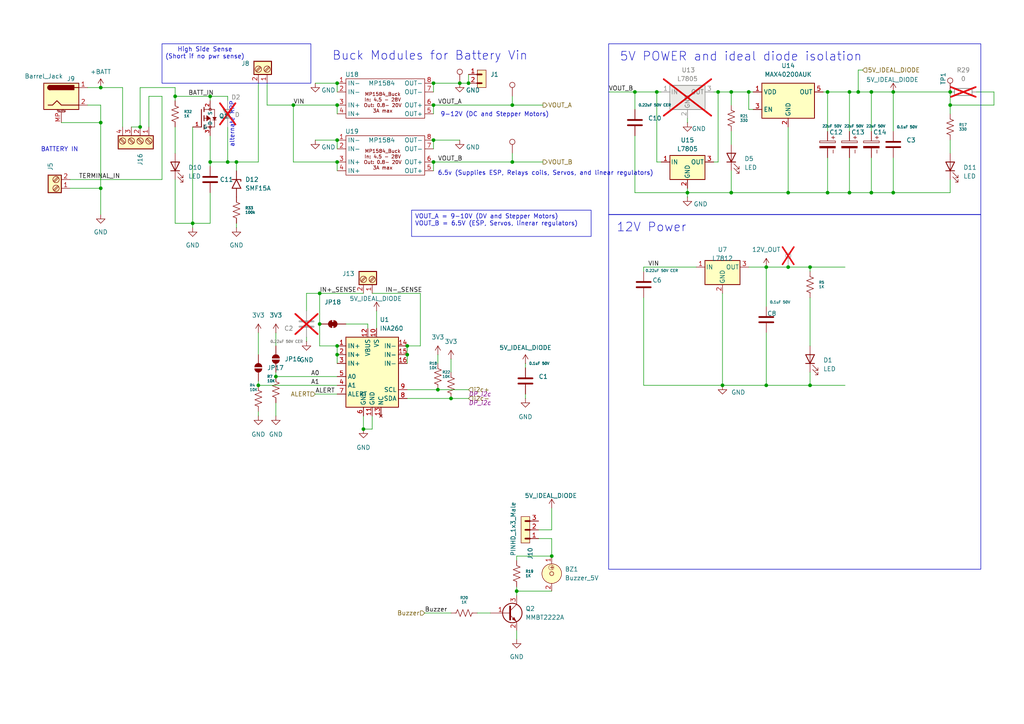
<source format=kicad_sch>
(kicad_sch (version 20231120) (generator "eeschema") (generator_version "8.0")
  (paper "A4")
  (lib_symbols
    (symbol "Analog_Switch:MAX40200AUK"
      (property "Reference" "U" (at -6.35 6.35 0))
      (property "Value" "MAX40200AUK" (at 7.62 6.35 0))
      (symbol "MAX40200AUK_1_1"
        (pin power_in line (at -10.16 2.54 0) (length 2.54) (name "VDD") (number "1"))
        (pin power_in line (at 0 -7.62 90) (length 2.54) (name "GND") (number "2"))
        (pin input line (at -10.16 -2.54 0) (length 2.54) (name "EN") (number "3"))
        (pin no_connect line (at 7.62 -2.54 180) (length 2.54) hide (name "NC") (number "4"))
        (pin passive line (at 10.16 2.54 180) (length 2.54) (name "OUT") (number "5"))
      )
    )
    (symbol "Connector:Barrel_Jack_MountingPin" (pin_names hide)
      (property "Reference" "J" (at 0 5.334 0))
      (property "Value" "Barrel_Jack_MountingPin" (at 1.27 -6.35 0))
      (symbol "Barrel_Jack_MountingPin_1_1"
        (text "Mounting" (at 0 -4.191 0) (effects (font (size 0.381 0.381))))
        (pin passive line (at 7.62 2.54 180) (length 2.54) (name "~") (number "1"))
        (pin passive line (at 7.62 -2.54 180) (length 2.54) (name "~") (number "2"))
        (pin passive line (at 0 -7.62 90) (length 3.048) (name "MountPin") (number "MP"))
      )
    )
    (symbol "Connector:TestPoint" (pin_numbers hide) (pin_names (offset 0.762) hide)
      (property "Reference" "TP" (at 0 6.858 0))
      (property "Value" "TestPoint" (at 0 5.08 0))
      (symbol "TestPoint_1_1"
        (pin passive line (at 0 0 90) (length 2.54) (name "1") (number "1"))
      )
    )
    (symbol "Device:C" (pin_numbers hide) (pin_names (offset 0.254))
      (property "Reference" "C" (at 0.635 2.54 0))
      (property "Value" "C" (at 0.635 -2.54 0))
      (symbol "C_1_1"
        (pin passive line (at 0 3.81 270) (length 2.794) (name "~") (number "1"))
        (pin passive line (at 0 -3.81 90) (length 2.794) (name "~") (number "2"))
      )
    )
    (symbol "Device:D" (pin_numbers hide) (pin_names (offset 1.016) hide)
      (property "Reference" "D" (at 0 2.54 0))
      (property "Value" "D" (at 0 -2.54 0))
      (symbol "D_1_1"
        (pin passive line (at -3.81 0 0) (length 2.54) (name "K") (number "1"))
        (pin passive line (at 3.81 0 180) (length 2.54) (name "A") (number "2"))
      )
    )
    (symbol "Device:LED" (pin_numbers hide) (pin_names (offset 1.016) hide)
      (property "Reference" "D" (at 0 2.54 0))
      (property "Value" "LED" (at 0 -2.54 0))
      (symbol "LED_1_1"
        (pin passive line (at -3.81 0 0) (length 2.54) (name "K") (number "1"))
        (pin passive line (at 3.81 0 180) (length 2.54) (name "A") (number "2"))
      )
    )
    (symbol "Device:R" (pin_numbers hide) (pin_names (offset 0))
      (property "Reference" "R" (at 2.032 0 90))
      (property "Value" "R" (at 0 0 90))
      (symbol "R_1_1"
        (pin passive line (at 0 3.81 270) (length 1.27) (name "~") (number "1"))
        (pin passive line (at 0 -3.81 90) (length 1.27) (name "~") (number "2"))
      )
    )
    (symbol "Device:R_US" (pin_numbers hide) (pin_names (offset 0))
      (property "Reference" "R" (at 2.54 0 90))
      (property "Value" "R_US" (at -2.54 0 90))
      (symbol "R_US_1_1"
        (pin passive line (at 0 3.81 270) (length 1.27) (name "~") (number "1"))
        (pin passive line (at 0 -3.81 90) (length 1.27) (name "~") (number "2"))
      )
    )
    (symbol "Diode:SMF15A" (pin_numbers hide) (pin_names (offset 1.016) hide)
      (property "Reference" "D" (at 0 2.54 0))
      (property "Value" "SMF15A" (at 0 -2.54 0))
      (symbol "SMF15A_1_1"
        (pin passive line (at -3.81 0 0) (length 2.54) (name "A1") (number "1"))
        (pin passive line (at 3.81 0 180) (length 2.54) (name "A2") (number "2"))
      )
    )
    (symbol "Jumper:SolderJumper_2_Bridged" (pin_numbers hide) (pin_names (offset 0) hide) (exclude_from_sim yes) (in_bom no)
      (property "Reference" "JP" (at 0 2.032 0))
      (property "Value" "SolderJumper_2_Bridged" (at 0 -2.54 0))
      (symbol "SolderJumper_2_Bridged_1_1"
        (pin passive line (at -3.81 0 0) (length 2.54) (name "A") (number "1"))
        (pin passive line (at 3.81 0 180) (length 2.54) (name "B") (number "2"))
      )
    )
    (symbol "Jumper:SolderJumper_2_Open" (pin_numbers hide) (pin_names (offset 0) hide) (exclude_from_sim yes) (in_bom no)
      (property "Reference" "JP" (at 0 2.032 0))
      (property "Value" "SolderJumper_2_Open" (at 0 -2.54 0))
      (symbol "SolderJumper_2_Open_1_1"
        (pin passive line (at -3.81 0 0) (length 2.54) (name "A") (number "1"))
        (pin passive line (at 3.81 0 180) (length 2.54) (name "B") (number "2"))
      )
    )
    (symbol "PCM_SL_Devices:Buzzer_5V"
      (property "Reference" "BZ" (at 0 7.62 0))
      (property "Value" "Buzzer_5V" (at 0 5.08 0))
      (symbol "Buzzer_5V_0_0"
        (text "+" (at -1.778 0 0) (effects (font (size 1.27 1.27))))
      )
      (symbol "Buzzer_5V_1_1"
        (pin passive line (at -5.08 0 0) (length 2.2) (name "") (number "1"))
        (pin passive line (at 5.08 0 180) (length 2.2) (name "") (number "2"))
      )
    )
    (symbol "PCM_SL_Devices:Capacitor_PO"
      (property "Reference" "C" (at 0 7.62 0))
      (property "Value" "Capacitor_PO" (at 0 5.08 0))
      (symbol "Capacitor_PO_0_0"
        (text "+" (at -2.032 1.524 0) (effects (font (size 1.27 1.27))))
        (text "-" (at 2.032 1.524 0) (effects (font (size 1.27 1.27))))
      )
      (symbol "Capacitor_PO_1_1"
        (pin passive line (at -3.81 0 0) (length 2.7) (name "~") (number "1"))
        (pin input line (at 3.81 0 180) (length 2.7) (name "~") (number "2"))
      )
    )
    (symbol "PCM_SL_Pin_Headers:PINHD_1x2_Male"
      (property "Reference" "J" (at 0 6.35 0))
      (property "Value" "PINHD_1x2_Male" (at 0 3.81 0))
      (symbol "PINHD_1x2_Male_1_1"
        (pin passive line (at -3.81 1.27 0) (length 2.54) (name "") (number "1"))
        (pin passive line (at -3.81 -1.27 0) (length 2.54) (name "") (number "2"))
      )
    )
    (symbol "PCM_SL_Pin_Headers:PINHD_1x3_Male"
      (property "Reference" "J" (at 0 7.62 0))
      (property "Value" "PINHD_1x3_Male" (at 0 5.08 0))
      (symbol "PINHD_1x3_Male_1_1"
        (pin passive line (at -3.81 2.54 0) (length 2.54) (name "") (number "1"))
        (pin passive line (at -3.81 0 0) (length 2.54) (name "") (number "2"))
        (pin passive line (at -3.81 -2.54 0) (length 2.54) (name "") (number "3"))
      )
    )
    (symbol "PCM_SL_Screw_Terminal:Screw_Terminal_2_P3.50mm"
      (property "Reference" "J" (at 0 3.81 0))
      (property "Value" "Screw_Terminal_2_P3.50mm" (at 0 -3.81 0))
      (symbol "Screw_Terminal_2_P3.50mm_1_1"
        (pin passive line (at -3.81 1.27 0) (length 2.54) (name "") (number "1"))
        (pin passive line (at -3.81 -1.27 0) (length 2.54) (name "") (number "2"))
      )
    )
    (symbol "PCM_SL_Screw_Terminal:Screw_Terminal_4_P3.50mm"
      (property "Reference" "J" (at 0 6.35 0))
      (property "Value" "Screw_Terminal_4_P3.50mm" (at 1.27 -6.35 0))
      (symbol "Screw_Terminal_4_P3.50mm_1_1"
        (pin passive line (at -3.81 3.81 0) (length 2.54) (name "") (number "1"))
        (pin passive line (at -3.81 1.27 0) (length 2.54) (name "") (number "2"))
        (pin passive line (at -3.81 -1.27 0) (length 2.54) (name "") (number "3"))
        (pin passive line (at -3.81 -3.81 0) (length 2.54) (name "") (number "4"))
      )
    )
    (symbol "Regulator_Linear:L7805" (pin_names (offset 0.254))
      (property "Reference" "U" (at -3.81 3.175 0))
      (property "Value" "L7805" (at 0 3.175 0))
      (symbol "L7805_1_1"
        (pin power_in line (at -7.62 0 0) (length 2.54) (name "IN") (number "1"))
        (pin power_in line (at 0 -7.62 90) (length 2.54) (name "GND") (number "2"))
        (pin power_out line (at 7.62 0 180) (length 2.54) (name "OUT") (number "3"))
      )
    )
    (symbol "Regulator_Linear:L7812" (pin_names (offset 0.254))
      (property "Reference" "U" (at -3.81 3.175 0))
      (property "Value" "L7812" (at 0 3.175 0))
      (symbol "L7812_1_1"
        (pin power_in line (at -7.62 0 0) (length 2.54) (name "IN") (number "1"))
        (pin power_in line (at 0 -7.62 90) (length 2.54) (name "GND") (number "2"))
        (pin power_out line (at 7.62 0 180) (length 2.54) (name "OUT") (number "3"))
      )
    )
    (symbol "Ryan_Custom_Modules:MOSFET_P-CH_30V_25A_TO252"
      (property "Reference" "Q" (at 2.794 -7.112 0))
      (symbol "MOSFET_P-CH_30V_25A_TO252_1_0"
        (pin passive line (at -5.08 -2.54 0) (length 2.54) (name "G") (number "1"))
        (pin passive line (at 0 5.08 270) (length 2.54) (name "S") (number "2"))
        (pin passive line (at 0 -5.08 90) (length 2.54) (name "D") (number "3"))
      )
    )
    (symbol "Ryan_Custom_Modules:MP1584_Buck"
      (property "Reference" "U?" (at 0 3.302 0))
      (symbol "MP1584_Buck_1_1"
        (text "MP1584_Buck\nIn: 4.5 - 28V\nOut: 0.8- 20V\n3A max" (at -0.762 -1.778 0) (effects (font (size 1 1))))
        (pin power_in line (at -13.97 3.81 0) (length 2.54) (name "IN-") (number "1"))
        (pin power_in line (at -13.97 1.27 0) (length 2.54) (name "IN-") (number "2"))
        (pin power_in line (at -13.97 -2.54 0) (length 2.54) (name "IN+") (number "3"))
        (pin power_in line (at -13.97 -5.08 0) (length 2.54) (name "IN+") (number "4"))
        (pin power_out line (at 13.97 -5.08 180) (length 2.54) (name "OUT+") (number "5"))
        (pin power_out line (at 13.97 -2.54 180) (length 2.54) (name "OUT+") (number "6"))
        (pin power_out line (at 13.97 1.27 180) (length 2.54) (name "OUT-") (number "7"))
        (pin power_out line (at 13.97 3.81 180) (length 2.54) (name "OUT-") (number "8"))
      )
    )
    (symbol "Sensor:INA260"
      (property "Reference" "U1" (at 2.1941 12.7 0))
      (property "Value" "INA260" (at 2.1941 10.16 0))
      (symbol "INA260_1_1"
        (pin passive line (at -10.16 5.08 0) (length 2.54) (name "IN+") (number "1"))
        (pin power_in line (at 1.27 10.16 270) (length 2.54) (name "VS") (number "10"))
        (pin passive line (at 0 -15.24 90) (length 2.54) (name "GND") (number "11"))
        (pin passive line (at -1.27 10.16 270) (length 2.54) (name "VBUS") (number "12"))
        (pin no_connect line (at 2.54 -15.24 90) (length 2.54) (name "NC") (number "13"))
        (pin passive line (at 10.16 5.08 180) (length 2.54) (name "IN-") (number "14"))
        (pin passive line (at 10.16 2.54 180) (length 2.54) (name "IN-") (number "15"))
        (pin passive line (at 10.16 0 180) (length 2.54) (name "IN-") (number "16"))
        (pin passive line (at -10.16 2.54 0) (length 2.54) (name "IN+") (number "2"))
        (pin passive line (at -10.16 0 0) (length 2.54) (name "IN+") (number "3"))
        (pin input line (at -10.16 -6.35 0) (length 2.54) (name "A1") (number "4"))
        (pin input line (at -10.16 -3.81 0) (length 2.54) (name "A0") (number "5"))
        (pin power_in line (at -2.54 -15.24 90) (length 2.54) (name "GND") (number "6"))
        (pin open_collector line (at -10.16 -8.89 0) (length 2.54) (name "ALERT") (number "7"))
        (pin bidirectional line (at 10.16 -10.16 180) (length 2.54) (name "SDA") (number "8"))
        (pin input line (at 10.16 -7.62 180) (length 2.54) (name "SCL") (number "9"))
      )
    )
    (symbol "Transistor_BJT:MMBT2222A" (pin_names (offset 0) hide)
      (property "Reference" "Q" (at 5.08 1.905 0))
      (property "Value" "MMBT2222A" (at 5.08 0 0))
      (symbol "MMBT2222A_1_1"
        (pin input line (at -5.08 0 0) (length 5.715) (name "B") (number "1"))
        (pin passive line (at 2.54 -5.08 90) (length 2.54) (name "E") (number "2"))
        (pin passive line (at 2.54 5.08 270) (length 2.54) (name "C") (number "3"))
      )
    )
    (symbol "power:+3.3V" (power) (pin_numbers hide) (pin_names (offset 0) hide)
      (property "Value" "+3.3V" (at 0 3.556 0))
      (symbol "+3.3V_1_1"
        (pin power_in line (at 0 0 90) (length 0) (name "~") (number "1"))
      )
    )
    (symbol "power:+5V" (power) (pin_numbers hide) (pin_names (offset 0) hide)
      (property "Value" "+5V" (at 0 3.556 0))
      (symbol "+5V_1_1"
        (pin power_in line (at 0 0 90) (length 0) (name "~") (number "1"))
      )
    )
    (symbol "power:+BATT" (power) (pin_numbers hide) (pin_names (offset 0) hide)
      (property "Value" "+BATT" (at 0 3.556 0))
      (symbol "+BATT_1_1"
        (pin power_in line (at 0 0 90) (length 0) (name "~") (number "1"))
      )
    )
    (symbol "power:GND" (power) (pin_numbers hide) (pin_names (offset 0) hide)
      (property "Value" "GND" (at 0 -3.81 0))
      (symbol "GND_1_1"
        (pin power_in line (at 0 0 270) (length 0) (name "~") (number "1"))
      )
    )
  )
  (junction (at 217.17 26.67))
  (junction (at 275.59 26.67))
  (junction (at 125.73 30.48))
  (junction (at 29.21 54.61))
  (junction (at 222.25 111.76))
  (junction (at 252.73 26.67))
  (junction (at 105.41 124.46))
  (junction (at 184.15 26.67))
  (junction (at 80.01 109.22))
  (junction (at 246.38 55.88))
  (junction (at 240.03 55.88))
  (junction (at 68.58 46.99))
  (junction (at 259.08 26.67))
  (junction (at 97.79 46.99))
  (junction (at 248.92 26.67))
  (junction (at 74.93 111.76))
  (junction (at 199.39 55.88))
  (junction (at 246.38 26.67))
  (junction (at 118.11 102.87))
  (junction (at 208.28 26.67))
  (junction (at 50.8 27.94))
  (junction (at 97.79 100.33))
  (junction (at 135.89 24.13))
  (junction (at 148.59 30.48))
  (junction (at 259.08 55.88))
  (junction (at 40.64 36.83))
  (junction (at 29.21 35.56))
  (junction (at 222.25 77.47))
  (junction (at 190.5 26.67))
  (junction (at 92.71 93.98))
  (junction (at 60.96 46.99))
  (junction (at 133.35 24.13))
  (junction (at 212.09 26.67))
  (junction (at 228.6 55.88))
  (junction (at 66.04 46.99))
  (junction (at 240.03 26.67))
  (junction (at 252.73 55.88))
  (junction (at 29.21 25.4))
  (junction (at 97.79 40.64))
  (junction (at 97.79 30.48))
  (junction (at 212.09 55.88))
  (junction (at 209.55 111.76))
  (junction (at 125.73 40.64))
  (junction (at 118.11 100.33))
  (junction (at 92.71 85.09))
  (junction (at 125.73 46.99))
  (junction (at 85.09 30.48))
  (junction (at 234.95 111.76))
  (junction (at 127 113.03))
  (junction (at 148.59 46.99))
  (junction (at 160.02 161.29))
  (junction (at 55.88 64.77))
  (junction (at 97.79 102.87))
  (junction (at 130.81 115.57))
  (junction (at 234.95 77.47))
  (junction (at 228.6 77.47))
  (junction (at 125.73 24.13))
  (junction (at 97.79 24.13))
  (junction (at 60.96 27.94))
  (junction (at 275.59 30.48))
  (junction (at 149.86 171.45))
  (wire (pts (xy 107.95 124.46) (xy 105.41 124.46)))
  (wire (pts (xy 184.15 26.67) (xy 190.5 26.67)))
  (wire (pts (xy 50.8 29.21) (xy 50.8 27.94)))
  (wire (pts (xy 125.73 40.64) (xy 125.73 43.18)))
  (wire (pts (xy 130.81 104.14) (xy 130.81 107.95)))
  (wire (pts (xy 29.21 30.48) (xy 25.4 30.48)))
  (wire (pts (xy 77.47 30.48) (xy 85.09 30.48)))
  (wire (pts (xy 199.39 35.56) (xy 199.39 34.29)))
  (wire (pts (xy 43.18 27.94) (xy 43.18 36.83)))
  (wire (pts (xy 138.43 177.8) (xy 142.24 177.8)))
  (wire (pts (xy 40.64 25.4) (xy 40.64 36.83)))
  (wire (pts (xy 50.8 25.4) (xy 50.8 27.94)))
  (wire (pts (xy 212.09 49.53) (xy 212.09 55.88)))
  (wire (pts (xy 97.79 46.99) (xy 97.79 49.53)))
  (wire (pts (xy 29.21 35.56) (xy 29.21 30.48)))
  (wire (pts (xy 125.73 24.13) (xy 125.73 26.67)))
  (wire (pts (xy 68.58 46.99) (xy 68.58 49.53)))
  (wire (pts (xy 149.86 171.45) (xy 149.86 172.72)))
  (wire (pts (xy 148.59 30.48) (xy 157.48 30.48)))
  (wire (pts (xy 35.56 25.4) (xy 29.21 25.4)))
  (wire (pts (xy 92.71 93.98) (xy 92.71 100.33)))
  (wire (pts (xy 228.6 36.83) (xy 228.6 55.88)))
  (wire (pts (xy 259.08 26.67) (xy 259.08 38.1)))
  (wire (pts (xy 186.69 111.76) (xy 209.55 111.76)))
  (wire (pts (xy 127 113.03) (xy 135.89 113.03)))
  (wire (pts (xy 60.96 55.88) (xy 60.96 64.77)))
  (wire (pts (xy 130.81 115.57) (xy 135.89 115.57)))
  (wire (pts (xy 118.11 113.03) (xy 127 113.03)))
  (wire (pts (xy 74.93 96.52) (xy 74.93 102.87)))
  (wire (pts (xy 121.92 100.33) (xy 118.11 100.33)))
  (wire (pts (xy 199.39 55.88) (xy 184.15 55.88)))
  (wire (pts (xy 125.73 40.64) (xy 133.35 40.64)))
  (wire (pts (xy 176.53 26.67) (xy 184.15 26.67)))
  (wire (pts (xy 127 102.87) (xy 127 105.41)))
  (wire (pts (xy 97.79 40.64) (xy 97.79 43.18)))
  (wire (pts (xy 186.69 111.76) (xy 186.69 86.36)))
  (wire (pts (xy 209.55 85.09) (xy 209.55 111.76)))
  (wire (pts (xy 60.96 64.77) (xy 55.88 64.77)))
  (wire (pts (xy 20.32 52.07) (xy 46.99 52.07)))
  (wire (pts (xy 217.17 26.67) (xy 218.44 26.67)))
  (wire (pts (xy 74.93 24.13) (xy 74.93 46.99)))
  (wire (pts (xy 97.79 100.33) (xy 97.79 102.87)))
  (wire (pts (xy 184.15 39.37) (xy 184.15 55.88)))
  (wire (pts (xy 60.96 39.37) (xy 60.96 46.99)))
  (wire (pts (xy 97.79 30.48) (xy 97.79 33.02)))
  (wire (pts (xy 29.21 35.56) (xy 29.21 54.61)))
  (wire (pts (xy 275.59 30.48) (xy 275.59 33.02)))
  (wire (pts (xy 80.01 109.22) (xy 97.79 109.22)))
  (wire (pts (xy 212.09 26.67) (xy 217.17 26.67)))
  (wire (pts (xy 135.89 21.59) (xy 135.89 24.13)))
  (wire (pts (xy 212.09 38.1) (xy 212.09 41.91)))
  (wire (pts (xy 152.4 105.41) (xy 152.4 106.68)))
  (wire (pts (xy 80.01 107.95) (xy 80.01 109.22)))
  (wire (pts (xy 125.73 30.48) (xy 125.73 33.02)))
  (wire (pts (xy 118.11 115.57) (xy 130.81 115.57)))
  (wire (pts (xy 80.01 96.52) (xy 80.01 100.33)))
  (wire (pts (xy 222.25 77.47) (xy 222.25 88.9)))
  (wire (pts (xy 107.95 120.65) (xy 107.95 124.46)))
  (wire (pts (xy 275.59 40.64) (xy 275.59 44.45)))
  (wire (pts (xy 160.02 156.21) (xy 160.02 161.29)))
  (wire (pts (xy 118.11 100.33) (xy 118.11 102.87)))
  (wire (pts (xy 55.88 36.83) (xy 55.88 64.77)))
  (wire (pts (xy 121.92 85.09) (xy 121.92 100.33)))
  (wire (pts (xy 222.25 96.52) (xy 222.25 111.76)))
  (wire (pts (xy 228.6 55.88) (xy 240.03 55.88)))
  (wire (pts (xy 199.39 54.61) (xy 199.39 55.88)))
  (wire (pts (xy 190.5 46.99) (xy 191.77 46.99)))
  (wire (pts (xy 60.96 46.99) (xy 66.04 46.99)))
  (wire (pts (xy 186.69 78.74) (xy 186.69 77.47)))
  (wire (pts (xy 88.9 90.17) (xy 88.9 85.09)))
  (wire (pts (xy 209.55 111.76) (xy 222.25 111.76)))
  (wire (pts (xy 246.38 26.67) (xy 248.92 26.67)))
  (wire (pts (xy 29.21 54.61) (xy 29.21 62.23)))
  (wire (pts (xy 40.64 25.4) (xy 50.8 25.4)))
  (wire (pts (xy 208.28 26.67) (xy 212.09 26.67)))
  (wire (pts (xy 149.86 162.56) (xy 149.86 161.29)))
  (wire (pts (xy 105.41 85.09) (xy 92.71 85.09)))
  (wire (pts (xy 234.95 107.95) (xy 234.95 111.76)))
  (wire (pts (xy 91.44 24.13) (xy 97.79 24.13)))
  (wire (pts (xy 66.04 46.99) (xy 68.58 46.99)))
  (wire (pts (xy 252.73 26.67) (xy 252.73 38.1)))
  (wire (pts (xy 217.17 77.47) (xy 222.25 77.47)))
  (wire (pts (xy 43.18 27.94) (xy 46.99 27.94)))
  (wire (pts (xy 246.38 45.72) (xy 246.38 55.88)))
  (wire (pts (xy 125.73 46.99) (xy 148.59 46.99)))
  (wire (pts (xy 240.03 26.67) (xy 238.76 26.67)))
  (wire (pts (xy 106.68 95.25) (xy 106.68 93.98)))
  (wire (pts (xy 149.86 161.29) (xy 160.02 161.29)))
  (wire (pts (xy 100.33 93.98) (xy 106.68 93.98)))
  (wire (pts (xy 248.92 20.32) (xy 248.92 26.67)))
  (wire (pts (xy 107.95 85.09) (xy 121.92 85.09)))
  (wire (pts (xy 38.1 36.83) (xy 40.64 36.83)))
  (wire (pts (xy 66.04 27.94) (xy 66.04 29.21)))
  (wire (pts (xy 190.5 26.67) (xy 191.77 26.67)))
  (wire (pts (xy 240.03 26.67) (xy 246.38 26.67)))
  (wire (pts (xy 240.03 26.67) (xy 240.03 38.1)))
  (wire (pts (xy 240.03 55.88) (xy 246.38 55.88)))
  (wire (pts (xy 275.59 30.48) (xy 288.29 30.48)))
  (wire (pts (xy 212.09 55.88) (xy 228.6 55.88)))
  (wire (pts (xy 212.09 26.67) (xy 212.09 30.48)))
  (wire (pts (xy 259.08 26.67) (xy 275.59 26.67)))
  (wire (pts (xy 252.73 55.88) (xy 259.08 55.88)))
  (wire (pts (xy 148.59 44.45) (xy 148.59 46.99)))
  (wire (pts (xy 125.73 24.13) (xy 133.35 24.13)))
  (wire (pts (xy 149.86 171.45) (xy 160.02 171.45)))
  (wire (pts (xy 125.73 46.99) (xy 125.73 49.53)))
  (wire (pts (xy 97.79 24.13) (xy 97.79 26.67)))
  (wire (pts (xy 228.6 77.47) (xy 222.25 77.47)))
  (wire (pts (xy 190.5 26.67) (xy 190.5 46.99)))
  (wire (pts (xy 160.02 147.32) (xy 160.02 153.67)))
  (wire (pts (xy 240.03 45.72) (xy 240.03 55.88)))
  (wire (pts (xy 25.4 25.4) (xy 29.21 25.4)))
  (wire (pts (xy 77.47 24.13) (xy 77.47 30.48)))
  (wire (pts (xy 217.17 26.67) (xy 217.17 31.75)))
  (wire (pts (xy 288.29 26.67) (xy 288.29 30.48)))
  (wire (pts (xy 208.28 26.67) (xy 208.28 46.99)))
  (wire (pts (xy 66.04 36.83) (xy 66.04 46.99)))
  (wire (pts (xy 97.79 102.87) (xy 97.79 105.41)))
  (wire (pts (xy 91.44 114.3) (xy 97.79 114.3)))
  (wire (pts (xy 259.08 55.88) (xy 275.59 55.88)))
  (wire (pts (xy 105.41 120.65) (xy 105.41 124.46)))
  (wire (pts (xy 92.71 85.09) (xy 92.71 93.98)))
  (wire (pts (xy 97.79 111.76) (xy 74.93 111.76)))
  (wire (pts (xy 60.96 48.26) (xy 60.96 46.99)))
  (wire (pts (xy 74.93 111.76) (xy 74.93 110.49)))
  (wire (pts (xy 46.99 52.07) (xy 46.99 27.94)))
  (wire (pts (xy 123.19 177.8) (xy 130.81 177.8)))
  (wire (pts (xy 208.28 26.67) (xy 207.01 26.67)))
  (wire (pts (xy 68.58 66.04) (xy 68.58 64.77)))
  (wire (pts (xy 50.8 64.77) (xy 55.88 64.77)))
  (wire (pts (xy 91.44 40.64) (xy 97.79 40.64)))
  (wire (pts (xy 92.71 100.33) (xy 97.79 100.33)))
  (wire (pts (xy 245.11 111.76) (xy 234.95 111.76)))
  (wire (pts (xy 152.4 114.3) (xy 152.4 115.57)))
  (wire (pts (xy 234.95 78.74) (xy 234.95 77.47)))
  (wire (pts (xy 60.96 27.94) (xy 60.96 29.21)))
  (wire (pts (xy 252.73 45.72) (xy 252.73 55.88)))
  (wire (pts (xy 208.28 46.99) (xy 207.01 46.99)))
  (wire (pts (xy 109.22 90.17) (xy 109.22 95.25)))
  (wire (pts (xy 55.88 66.04) (xy 55.88 64.77)))
  (wire (pts (xy 50.8 27.94) (xy 60.96 27.94)))
  (wire (pts (xy 88.9 85.09) (xy 92.71 85.09)))
  (wire (pts (xy 283.21 26.67) (xy 288.29 26.67)))
  (wire (pts (xy 186.69 77.47) (xy 201.93 77.47)))
  (wire (pts (xy 85.09 46.99) (xy 97.79 46.99)))
  (wire (pts (xy 234.95 77.47) (xy 245.11 77.47)))
  (wire (pts (xy 199.39 57.15) (xy 199.39 55.88)))
  (wire (pts (xy 234.95 111.76) (xy 222.25 111.76)))
  (wire (pts (xy 156.21 153.67) (xy 160.02 153.67)))
  (wire (pts (xy 148.59 27.94) (xy 148.59 30.48)))
  (wire (pts (xy 149.86 182.88) (xy 149.86 185.42)))
  (wire (pts (xy 228.6 77.47) (xy 234.95 77.47)))
  (wire (pts (xy 149.86 170.18) (xy 149.86 171.45)))
  (wire (pts (xy 118.11 102.87) (xy 118.11 105.41)))
  (wire (pts (xy 156.21 156.21) (xy 160.02 156.21)))
  (wire (pts (xy 35.56 25.4) (xy 35.56 36.83)))
  (wire (pts (xy 85.09 30.48) (xy 97.79 30.48)))
  (wire (pts (xy 50.8 36.83) (xy 50.8 44.45)))
  (wire (pts (xy 50.8 52.07) (xy 50.8 64.77)))
  (wire (pts (xy 275.59 55.88) (xy 275.59 52.07)))
  (wire (pts (xy 148.59 46.99) (xy 157.48 46.99)))
  (wire (pts (xy 85.09 30.48) (xy 85.09 46.99)))
  (wire (pts (xy 88.9 97.79) (xy 88.9 99.06)))
  (wire (pts (xy 252.73 26.67) (xy 259.08 26.67)))
  (wire (pts (xy 199.39 55.88) (xy 212.09 55.88)))
  (wire (pts (xy 246.38 26.67) (xy 246.38 38.1)))
  (wire (pts (xy 80.01 116.84) (xy 80.01 120.65)))
  (wire (pts (xy 74.93 46.99) (xy 68.58 46.99)))
  (wire (pts (xy 74.93 119.38) (xy 74.93 120.65)))
  (wire (pts (xy 234.95 86.36) (xy 234.95 100.33)))
  (wire (pts (xy 217.17 31.75) (xy 218.44 31.75)))
  (wire (pts (xy 125.73 30.48) (xy 148.59 30.48)))
  (wire (pts (xy 248.92 26.67) (xy 252.73 26.67)))
  (wire (pts (xy 246.38 55.88) (xy 252.73 55.88)))
  (wire (pts (xy 133.35 24.13) (xy 135.89 24.13)))
  (wire (pts (xy 184.15 31.75) (xy 184.15 26.67)))
  (wire (pts (xy 17.78 35.56) (xy 29.21 35.56)))
  (wire (pts (xy 275.59 26.67) (xy 275.59 30.48)))
  (wire (pts (xy 259.08 45.72) (xy 259.08 55.88)))
  (wire (pts (xy 250.19 20.32) (xy 248.92 20.32)))
  (wire (pts (xy 60.96 27.94) (xy 66.04 27.94)))
  (wire (pts (xy 20.32 54.61) (xy 29.21 54.61)))
  (rectangle (start 176.53 12.7) (end 284.48 62.23))
  (rectangle (start 176.53 62.23) (end 284.48 165.1))
  (image (at 327.66 90.17) (scale 0.302765))
  (text_box "VOUT_A = 9-10V (DV and Stepper Motors)\nVOUT_B = 6.5V (ESP, Servos, linerar regulators)" (at 119.38 60.96 0) (size 52.07 7.62) (effects (font (size 1.27 1.27)) (justify left top)))
  (text_box "" (at 46.99 12.7 0) (size 43.18 11.43) (effects (font (size 1.27 1.27)) (justify left top)))
  (text "12V Power" (at 188.976 66.04 0) (effects (font (size 2.54 2.54))))
  (text "5V POWER and ideal diode isolation" (at 214.884 16.51 0) (effects (font (size 2.54 2.54))))
  (text "6.5v (Supplies ESP, Relays coils, Servos, and linear regulators)" (at 158.242 50.292 0) (effects (font (size 1.27 1.27))))
  (text "9-12V (DC and Stepper Motors)" (at 143.51 33.274 0) (effects (font (size 1.27 1.27))))
  (text "alternate RPP" (at 67.31 36.068 90) (effects (font (size 1.27 1.27))))
  (text "BATTERY IN" (at 17.272 43.434 0) (effects (font (size 1.27 1.27))))
  (text "High Side Sense\n(Short if no pwr sense)" (at 59.436 15.494 0) (effects (font (size 1.27 1.27))))
  (text "Buck Modules for Battery Vin" (at 124.714 16.256 0) (effects (font (size 2.54 2.54))))
  (label "IN+_SENSE" (at 92.71 85.09 0))
  (label "Buzzer" (at 123.19 177.8 0))
  (label "VIN" (at 85.09 30.48 0))
  (label "ALERT" (at 91.44 114.3 0))
  (label "A0" (at 90.17 109.22 0))
  (label "VIN" (at 187.96 77.47 0))
  (label "VOUT_B" (at 176.53 26.67 0))
  (label "BATT_IN" (at 54.61 27.94 0))
  (label "A1" (at 90.17 111.76 0))
  (label "VOUT_B" (at 127 46.99 0))
  (label "TERMINAL_IN" (at 22.86 52.07 0))
  (label "IN-_SENSE" (at 111.76 85.09 0))
  (label "VOUT_A" (at 127 30.48 0))
  (hierarchical_label "VOUT_A" (shape output) (at 157.48 30.48 0))
  (hierarchical_label "VOUT_B" (shape output) (at 157.48 46.99 0))
  (hierarchical_label "Buzzer" (shape input) (at 123.19 177.8 180))
  (hierarchical_label "i2c-" (shape input) (at 135.89 115.57 0) (property "Netclass" "DP_i2c" (at 135.89 116.84 0) (effects (font (italic yes)) (justify left))))
  (hierarchical_label "ALERT" (shape input) (at 91.44 114.3 180))
  (hierarchical_label "5V_IDEAL_DIODE" (shape input) (at 250.19 20.32 0))
  (hierarchical_label "i2c+" (shape input) (at 135.89 113.03 0) (property "Netclass" "DP_i2c" (at 135.89 114.3 0) (effects (font (italic yes)) (justify left))))
  (symbol (lib_id "power:+BATT") (at 29.21 25.4 0) (unit 1)
    (property "Reference" "#PWR031" (effects (hide yes)))
    (property "Value" "+BATT" (at 29.21 20.828 0))
    (property "Description" "Power symbol creates a global label with name \"+BATT\"" (effects (hide yes)))
  )
  (symbol (lib_id "Device:C") (at 88.9 93.98 180) (unit 1) (in_bom no) (on_board no) (dnp yes)
    (property "Reference" "C2" (at 85.09 95.2501 0) (effects (justify left)))
    (property "Value" "0.22uF 50V CER" (at 87.884 99.06 0) (effects (font (size 0.762 0.762)) (justify left)))
    (property "Footprint" "Capacitor_SMD:C_1206_3216Metric" (effects (hide yes)))
    (property "Description" "Unpolarized capacitor" (effects (hide yes)))
    (property "DigiKey P/N" "445-2283-1-ND" (effects (hide yes)))
  )
  (symbol (lib_id "Device:LED") (at 275.59 48.26 90) (unit 1)
    (property "Reference" "D11" (at 279.4 48.5774 90) (effects (justify right)))
    (property "Value" "LED" (at 279.4 51.1174 90) (effects (justify right)))
    (property "Footprint" "LED_SMD:LED_1206_3216Metric" (effects (hide yes)))
    (property "Description" "Light emitting diode" (effects (hide yes)))
    (property "DigiKey P/N" "1080-1419-1-ND" (effects (hide yes)))
  )
  (symbol (lib_id "PCM_SL_Devices:Capacitor_PO") (at 252.73 41.91 270) (unit 1)
    (property "Reference" "C14" (at 253.238 38.354 90) (effects (justify left)))
    (property "Value" "22uF 50V" (at 251.206 36.576 90) (effects (font (size 0.762 0.762)) (justify left)))
    (property "Footprint" "Capacitor_SMD:CP_Elec_5x5.3" (effects (hide yes)))
    (property "Description" "Polarized Capacitor" (effects (hide yes)))
    (property "DigiKey P/N" "399-11438-1-ND" (effects (hide yes)))
  )
  (symbol (lib_id "Device:R_US") (at 68.58 60.96 0) (unit 1)
    (property "Reference" "R33" (at 71.12 60.325 0) (effects (font (size 0.762 0.762)) (justify left)))
    (property "Value" "100k" (at 71.12 61.595 0) (effects (font (size 0.762 0.762)) (justify left)))
    (property "Footprint" "Resistor_SMD:R_1206_3216Metric" (effects (hide yes)))
    (property "Description" "Resistor, US symbol" (effects (hide yes)))
    (property "DigiKey P/N" "311-100KFRCT-ND" (effects (hide yes)))
  )
  (symbol (lib_id "power:GND") (at 68.58 66.04 0) (unit 1)
    (property "Reference" "#PWR028" (effects (hide yes)))
    (property "Value" "GND" (at 68.58 71.12 0))
    (property "Description" "Power symbol creates a global label with name \"GND\" , ground" (effects (hide yes)))
  )
  (symbol (lib_id "power:+5V") (at 222.25 77.47 0) (unit 1)
    (property "Reference" "#PWR029" (effects (hide yes)))
    (property "Value" "12V_OUT" (at 222.25 72.39 0))
    (property "Description" "Power symbol creates a global label with name \"+5V\"" (effects (hide yes)))
  )
  (symbol (lib_id "Connector:TestPoint") (at 148.59 44.45 0) (unit 1) (in_bom no)
    (property "Reference" "TP11" (effects (hide yes)))
    (property "Value" "TestPoint" (effects (hide yes)))
    (property "Footprint" "TestPoint:TestPoint_Pad_1.5x1.5mm" (effects (hide yes)))
    (property "Description" "test point" (effects (hide yes)))
  )
  (symbol (lib_id "power:GND") (at 199.39 57.15 0) (unit 1)
    (property "Reference" "#PWR037" (effects (hide yes)))
    (property "Value" "GND" (at 203.2 59.182 0))
    (property "Description" "Power symbol creates a global label with name \"GND\" , ground" (effects (hide yes)))
  )
  (symbol (lib_id "Device:D") (at 66.04 33.02 90) (unit 1) (dnp yes)
    (property "Reference" "D2" (at 67.056 28.194 90) (effects (justify right)))
    (property "Value" "D" (at 68.072 33.274 90) (effects (justify right)))
    (property "Footprint" "Diode_SMD:D_SMC_Handsoldering" (effects (hide yes)))
    (property "Description" "Diode" (effects (hide yes)))
    (property "Sim.Device" "D" (effects (hide yes)))
    (property "Sim.Pins" "1=K 2=A" (effects (hide yes)))
    (property "DigiKey P/N" "S5AC-FDICT-ND" (effects (hide yes)))
  )
  (symbol (lib_id "PCM_SL_Screw_Terminal:Screw_Terminal_2_P3.50mm") (at 76.2 20.32 270) (mirror x) (unit 1)
    (property "Reference" "J8" (at 72.39 18.4149 90) (effects (justify right)))
    (property "Value" "Screw_Terminal_2_P3.50mm" (effects (hide yes)))
    (property "Footprint" "TerminalBlock_Phoenix:TerminalBlock_Phoenix_PT-1,5-2-3.5-H_1x02_P3.50mm_Horizontal" (effects (hide yes)))
    (property "DigiKey P/N" "732-2747-ND" (effects (hide yes)))
  )
  (symbol (lib_id "Device:R_US") (at 275.59 36.83 0) (unit 1)
    (property "Reference" "R17" (at 278.13 36.195 0) (effects (font (size 0.762 0.762)) (justify left)))
    (property "Value" "330" (at 278.13 37.465 0) (effects (font (size 0.762 0.762)) (justify left)))
    (property "Footprint" "Resistor_SMD:R_1206_3216Metric" (effects (hide yes)))
    (property "Description" "Resistor, US symbol" (effects (hide yes)))
    (property "DigiKey P/N" "311-330FRCT-ND" (effects (hide yes)))
  )
  (symbol (lib_id "Device:R_US") (at 134.62 177.8 90) (unit 1)
    (property "Reference" "R20" (at 134.62 173.385 90) (effects (font (size 0.762 0.762))))
    (property "Value" "1K" (at 134.62 174.655 90) (effects (font (size 0.762 0.762))))
    (property "Footprint" "Resistor_SMD:R_1206_3216Metric" (effects (hide yes)))
    (property "Description" "Resistor, US symbol" (effects (hide yes)))
    (property "DigiKey P/N" "311-1.00KFRCT-ND" (effects (hide yes)))
  )
  (symbol (lib_id "power:GND") (at 105.41 124.46 0) (unit 1)
    (property "Reference" "#PWR013" (effects (hide yes)))
    (property "Value" "GND" (at 105.41 129.794 0))
    (property "Description" "Power symbol creates a global label with name \"GND\" , ground" (effects (hide yes)))
  )
  (symbol (lib_id "PCM_SL_Devices:Buzzer_5V") (at 160.02 166.37 270) (unit 1)
    (property "Reference" "BZ1" (at 163.83 165.0999 90) (effects (justify left)))
    (property "Value" "Buzzer_5V" (at 163.83 167.6399 90) (effects (justify left)))
    (property "Footprint" "Buzzer_Beeper:MagneticBuzzer_ProSignal_ABT-410-RC" (effects (hide yes)))
    (property "Description" "Buzzer 5V" (effects (hide yes)))
    (property "DigiKey P/N" "445-2525-1-ND" (effects (hide yes)))
  )
  (symbol (lib_id "power:GND") (at 91.44 24.13 0) (unit 1)
    (property "Reference" "#PWR039" (effects (hide yes)))
    (property "Value" "GND" (at 95.25 26.162 0))
    (property "Description" "Power symbol creates a global label with name \"GND\" , ground" (effects (hide yes)))
  )
  (symbol (lib_id "Device:R_US") (at 50.8 33.02 0) (unit 1)
    (property "Reference" "R32" (at 53.34 32.385 0) (effects (font (size 0.762 0.762)) (justify left)))
    (property "Value" "1K" (at 53.34 33.655 0) (effects (font (size 0.762 0.762)) (justify left)))
    (property "Footprint" "Resistor_SMD:R_1206_3216Metric" (effects (hide yes)))
    (property "Description" "Resistor, US symbol" (effects (hide yes)))
    (property "DigiKey P/N" "311-1.00KFRCT-ND" (effects (hide yes)))
  )
  (symbol (lib_id "Device:R") (at 279.4 26.67 90) (unit 1) (in_bom no) (on_board no) (dnp yes)
    (property "Reference" "R29" (at 279.4 20.32 90))
    (property "Value" "0" (at 279.4 22.86 90))
    (property "Footprint" "Resistor_SMD:R_2512_6332Metric_Pad1.40x3.35mm_HandSolder" (effects (hide yes)))
    (property "Description" "Resistor" (effects (hide yes)))
    (property "DigiKey P/N" "YAG1232CT-ND" (effects (hide yes)))
  )
  (symbol (lib_id "Connector:Barrel_Jack_MountingPin") (at 17.78 27.94 0) (unit 1)
    (property "Reference" "J9" (at 20.574 22.86 0))
    (property "Value" "Barrel_Jack" (at 12.7 22.098 0))
    (property "Footprint" "Connector_BarrelJack:BarrelJack_GCT_DCJ200-10-A_Horizontal" (effects (hide yes)))
    (property "Description" "DC Barrel Jack with a mounting pin" (effects (hide yes)))
    (property "DigiKey P/N" "EJ508A-ND" (effects (hide yes)))
  )
  (symbol (lib_id "Analog_Switch:MAX40200AUK") (at 228.6 29.21 0) (unit 1)
    (property "Reference" "U14" (at 228.6 19.05 0))
    (property "Value" "MAX40200AUK" (at 228.6 21.59 0))
    (property "Footprint" "Package_TO_SOT_SMD:SOT-23-5" (effects (hide yes)))
    (property "Datasheet" "https://datasheets.maximintegrated.com/en/ds/MAX40200.pdf" (effects (hide yes)))
    (property "Description" "Ideal Diode, Ultra-Low Voltage Drop, 1.5-5.5V, 1A, SOT-23-5" (effects (hide yes)))
    (property "DigiKey P/N" "175-MAX40203AUK+TCT-ND" (effects (hide yes)))
  )
  (symbol (lib_id "Jumper:SolderJumper_2_Open") (at 80.01 104.14 90) (unit 1) (exclude_from_sim yes) (in_bom no)
    (property "Reference" "JP16" (at 82.55 104.1399 90) (effects (justify right)))
    (property "Value" "SolderJumper_2_Open" (effects (hide yes)))
    (property "Footprint" "Jumper:SolderJumper-2_P1.3mm_Open_TrianglePad1.0x1.5mm" (effects (hide yes)))
    (property "Description" "Solder Jumper, 2-pole, open" (effects (hide yes)))
  )
  (symbol (lib_id "power:+5V") (at 259.08 26.67 0) (unit 1)
    (property "Reference" "#PWR032" (effects (hide yes)))
    (property "Value" "5V_IDEAL_DIODE" (at 258.826 23.114 0))
    (property "Description" "Power symbol creates a global label with name \"+5V\"" (effects (hide yes)))
  )
  (symbol (lib_id "PCM_SL_Devices:Capacitor_PO") (at 240.03 41.91 270) (unit 1)
    (property "Reference" "C12" (at 240.538 38.354 90) (effects (justify left)))
    (property "Value" "22uF 50V" (at 238.506 36.576 90) (effects (font (size 0.762 0.762)) (justify left)))
    (property "Footprint" "Capacitor_SMD:CP_Elec_5x5.3" (effects (hide yes)))
    (property "Description" "Polarized Capacitor" (effects (hide yes)))
    (property "DigiKey P/N" "399-11438-1-ND" (effects (hide yes)))
  )
  (symbol (lib_id "Device:R_US") (at 149.86 166.37 0) (unit 1)
    (property "Reference" "R19" (at 152.4 165.735 0) (effects (font (size 0.762 0.762)) (justify left)))
    (property "Value" "1K" (at 152.4 167.005 0) (effects (font (size 0.762 0.762)) (justify left)))
    (property "Footprint" "Resistor_SMD:R_1206_3216Metric" (effects (hide yes)))
    (property "Description" "Resistor, US symbol" (effects (hide yes)))
    (property "DigiKey P/N" "311-1.00KFRCT-ND" (effects (hide yes)))
  )
  (symbol (lib_id "Jumper:SolderJumper_2_Bridged") (at 96.52 93.98 0) (unit 1) (exclude_from_sim yes) (in_bom no)
    (property "Reference" "JP18" (at 96.52 87.63 0))
    (property "Value" "SolderJumper_2_Bridged" (effects (hide yes)))
    (property "Footprint" "Jumper:SolderJumper-2_P1.3mm_Bridged_RoundedPad1.0x1.5mm" (effects (hide yes)))
    (property "Description" "Solder Jumper, 2-pole, closed/bridged" (effects (hide yes)))
  )
  (symbol (lib_id "Device:LED") (at 212.09 45.72 90) (unit 1)
    (property "Reference" "D5" (at 215.9 46.0374 90) (effects (justify right)))
    (property "Value" "LED" (at 215.9 48.5774 90) (effects (justify right)))
    (property "Footprint" "LED_SMD:LED_1206_3216Metric" (effects (hide yes)))
    (property "Description" "Light emitting diode" (effects (hide yes)))
    (property "DigiKey P/N" "1080-1419-1-ND" (effects (hide yes)))
  )
  (symbol (lib_id "power:+3.3V") (at 74.93 96.52 0) (unit 1)
    (property "Reference" "#PWR021" (effects (hide yes)))
    (property "Value" "3V3" (at 74.93 91.44 0))
    (property "Description" "Power symbol creates a global label with name \"+3.3V\"" (effects (hide yes)))
  )
  (symbol (lib_id "PCM_SL_Pin_Headers:PINHD_1x2_Male") (at 139.7 22.86 0) (unit 1)
    (property "Reference" "J1" (at 142.24 21.5899 0) (effects (justify left)))
    (property "Value" "PINHD_1x2_Male" (effects (hide yes)))
    (property "Footprint" "Connector_PinHeader_2.54mm:PinHeader_1x02_P2.54mm_Vertical" (effects (hide yes)))
    (property "Description" "Pin Header male with pin space 2.54mm. Pin Count -2" (effects (hide yes)))
    (property "DigiKey P/N" "S1012EC-40-ND" (effects (hide yes)))
  )
  (symbol (lib_id "power:GND") (at 133.35 40.64 0) (unit 1)
    (property "Reference" "#PWR042" (effects (hide yes)))
    (property "Value" "GND" (at 137.16 42.672 0))
    (property "Description" "Power symbol creates a global label with name \"GND\" , ground" (effects (hide yes)))
  )
  (symbol (lib_id "Connector:TestPoint") (at 133.35 24.13 0) (unit 1) (in_bom no)
    (property "Reference" "TP12" (effects (hide yes)))
    (property "Value" "TestPoint" (effects (hide yes)))
    (property "Footprint" "TestPoint:TestPoint_Pad_1.5x1.5mm" (effects (hide yes)))
    (property "Description" "test point" (effects (hide yes)))
  )
  (symbol (lib_id "Device:R_US") (at 80.01 113.03 0) (unit 1)
    (property "Reference" "R7" (at 77.47 109.22 0) (effects (font (size 0.762 0.762)) (justify left)))
    (property "Value" "10K" (at 77.47 110.49 0) (effects (font (size 0.762 0.762)) (justify left)))
    (property "Footprint" "Resistor_SMD:R_1206_3216Metric" (effects (hide yes)))
    (property "Description" "Resistor, US symbol" (effects (hide yes)))
    (property "DigiKey P/N" "311-10.0KFRCT-ND" (effects (hide yes)))
  )
  (symbol (lib_id "power:+3.3V") (at 130.81 104.14 0) (unit 1)
    (property "Reference" "#PWR026" (effects (hide yes)))
    (property "Value" "3V3" (at 130.81 99.06 0))
    (property "Description" "Power symbol creates a global label with name \"+3.3V\"" (effects (hide yes)))
  )
  (symbol (lib_id "Connector:TestPoint") (at 228.6 77.47 0) (unit 1) (in_bom no) (on_board no) (dnp yes)
    (property "Reference" "TP2" (effects (hide yes)))
    (property "Value" "uC +5V" (effects (hide yes)))
    (property "Footprint" "TestPoint:TestPoint_Pad_2.0x2.0mm" (effects (hide yes)))
    (property "Description" "test point" (effects (hide yes)))
  )
  (symbol (lib_id "power:GND") (at 29.21 62.23 0) (unit 1)
    (property "Reference" "#PWR038" (effects (hide yes)))
    (property "Value" "GND" (at 29.21 67.31 0))
    (property "Description" "Power symbol creates a global label with name \"GND\" , ground" (effects (hide yes)))
  )
  (symbol (lib_id "Ryan_Custom_Modules:MP1584_Buck") (at 111.76 44.45 0) (unit 1)
    (property "Reference" "U19" (at 102.108 38.1 0))
    (property "Value" "MP1584" (at 110.744 40.64 0))
    (property "Footprint" "Ryan_Custom_Modules:MP1584" (effects (hide yes)))
    (property "AliExpress" "https://www.aliexpress.us/item/3256806890547813.html" (effects (hide yes)))
  )
  (symbol (lib_id "PCM_SL_Screw_Terminal:Screw_Terminal_4_P3.50mm") (at 39.37 40.64 270) (unit 1)
    (property "Reference" "J16" (at 40.6401 44.45 0) (effects (justify left)))
    (property "Value" "Screw_Terminal_4_P3.50mm" (effects (hide yes)))
    (property "Footprint" "TerminalBlock_Phoenix:TerminalBlock_Phoenix_PT-1,5-4-3.5-H_1x04_P3.50mm_Horizontal" (effects (hide yes)))
    (property "DigiKey P/N" "732-691243110004-ND" (effects (hide yes)))
  )
  (symbol (lib_id "power:GND") (at 88.9 99.06 0) (unit 1)
    (property "Reference" "#PWR07" (effects (hide yes)))
    (property "Value" "GND" (at 88.9 104.394 0))
    (property "Description" "Power symbol creates a global label with name \"GND\" , ground" (effects (hide yes)))
  )
  (symbol (lib_id "power:GND") (at 80.01 120.65 0) (unit 1)
    (property "Reference" "#PWR046" (effects (hide yes)))
    (property "Value" "GND" (at 80.01 125.984 0))
    (property "Description" "Power symbol creates a global label with name \"GND\" , ground" (effects (hide yes)))
  )
  (symbol (lib_id "power:GND") (at 91.44 40.64 0) (unit 1)
    (property "Reference" "#PWR041" (effects (hide yes)))
    (property "Value" "GND" (at 95.25 42.672 0))
    (property "Description" "Power symbol creates a global label with name \"GND\" , ground" (effects (hide yes)))
  )
  (symbol (lib_id "Connector:TestPoint") (at 275.59 26.67 0) (unit 1) (in_bom no) (on_board no)
    (property "Reference" "TP1" (at 273.558 24.638 90) (effects (justify left)))
    (property "Value" "TestPoint" (effects (hide yes)))
    (property "Footprint" "TestPoint:TestPoint_Pad_2.0x2.0mm" (effects (hide yes)))
    (property "Description" "test point" (effects (hide yes)))
  )
  (symbol (lib_id "PCM_SL_Screw_Terminal:Screw_Terminal_2_P3.50mm") (at 106.68 81.28 270) (mirror x) (unit 1)
    (property "Reference" "J13" (at 102.87 79.3749 90) (effects (justify right)))
    (property "Value" "Screw_Terminal_2_P3.50mm" (effects (hide yes)))
    (property "Footprint" "TerminalBlock_Phoenix:TerminalBlock_Phoenix_PT-1,5-2-3.5-H_1x02_P3.50mm_Horizontal" (effects (hide yes)))
    (property "DigiKey P/N" "732-2747-ND" (effects (hide yes)))
  )
  (symbol (lib_id "PCM_SL_Screw_Terminal:Screw_Terminal_2_P3.50mm") (at 16.51 53.34 180) (unit 1)
    (property "Reference" "J5" (at 14.6049 49.53 90) (effects (justify right)))
    (property "Value" "Screw_Terminal_2_P3.50mm" (effects (hide yes)))
    (property "Footprint" "TerminalBlock_Phoenix:TerminalBlock_Phoenix_PT-1,5-2-3.5-H_1x02_P3.50mm_Horizontal" (effects (hide yes)))
    (property "DigiKey P/N" "732-2747-ND" (effects (hide yes)))
  )
  (symbol (lib_id "power:+3.3V") (at 80.01 96.52 0) (unit 1)
    (property "Reference" "#PWR015" (effects (hide yes)))
    (property "Value" "3V3" (at 80.01 91.44 0))
    (property "Description" "Power symbol creates a global label with name \"+3.3V\"" (effects (hide yes)))
  )
  (symbol (lib_id "Device:C") (at 186.69 82.55 0) (unit 1)
    (property "Reference" "C6" (at 189.23 81.2799 0) (effects (justify left)))
    (property "Value" "0.22uF 50V CER" (at 187.198 78.486 0) (effects (font (size 0.762 0.762)) (justify left)))
    (property "Footprint" "Capacitor_SMD:C_1206_3216Metric" (effects (hide yes)))
    (property "Description" "Unpolarized capacitor" (effects (hide yes)))
    (property "DigiKey P/N" "445-2283-1-ND" (effects (hide yes)))
  )
  (symbol (lib_id "power:GND") (at 133.35 24.13 0) (unit 1)
    (property "Reference" "#PWR040" (effects (hide yes)))
    (property "Value" "GND" (at 137.16 26.162 0))
    (property "Description" "Power symbol creates a global label with name \"GND\" , ground" (effects (hide yes)))
  )
  (symbol (lib_id "Diode:SMF15A") (at 68.58 53.34 270) (unit 1)
    (property "Reference" "D12" (at 71.12 52.0699 90) (effects (justify left)))
    (property "Value" "SMF15A" (at 71.12 54.6099 90) (effects (justify left)))
    (property "Footprint" "Diode_SMD:D_SMF" (effects (hide yes)))
    (property "Datasheet" "https://www.vishay.com/doc?85881" (effects (hide yes)))
    (property "Description" "200W unidirectional Transil Transient Voltage Suppressor, 15Vrwm, SMF" (effects (hide yes)))
    (property "DigiKey P/N" "SMF15A-E3-08CT-ND" (effects (hide yes)))
  )
  (symbol (lib_id "Device:C") (at 60.96 52.07 0) (unit 1)
    (property "Reference" "C11" (at 63.754 52.07 0) (effects (justify left)))
    (property "Value" "0.22uF 50V CER" (effects (hide yes)))
    (property "Footprint" "Capacitor_SMD:C_1206_3216Metric" (effects (hide yes)))
    (property "Description" "Unpolarized capacitor" (effects (hide yes)))
    (property "DigiKey P/N" "445-2283-1-ND" (effects (hide yes)))
  )
  (symbol (lib_id "Connector:TestPoint") (at 148.59 27.94 0) (unit 1) (in_bom no)
    (property "Reference" "TP10" (effects (hide yes)))
    (property "Value" "TestPoint" (effects (hide yes)))
    (property "Footprint" "TestPoint:TestPoint_Pad_1.5x1.5mm" (effects (hide yes)))
    (property "Description" "test point" (effects (hide yes)))
  )
  (symbol (lib_id "PCM_SL_Pin_Headers:PINHD_1x3_Male") (at 152.4 153.67 180) (unit 1) (in_bom no)
    (property "Reference" "J10" (at 153.7951 158.75 90) (effects (justify left)))
    (property "Value" "PINHD_1x3_Male" (at 148.844 145.542 90) (effects (justify left)))
    (property "Footprint" "Connector_PinHeader_2.54mm:PinHeader_1x03_P2.54mm_Vertical" (effects (hide yes)))
    (property "Description" "Pin Header male with pin space 2.54mm. Pin Count -3" (effects (hide yes)))
    (property "DigiKey P/N" "S1012EC-40-ND" (effects (hide yes)))
  )
  (symbol (lib_id "Device:R_US") (at 212.09 34.29 0) (unit 1)
    (property "Reference" "R21" (at 214.63 33.655 0) (effects (font (size 0.762 0.762)) (justify left)))
    (property "Value" "330" (at 214.63 34.925 0) (effects (font (size 0.762 0.762)) (justify left)))
    (property "Footprint" "Resistor_SMD:R_1206_3216Metric" (effects (hide yes)))
    (property "Description" "Resistor, US symbol" (effects (hide yes)))
    (property "DigiKey P/N" "311-330FRCT-ND" (effects (hide yes)))
  )
  (symbol (lib_id "Regulator_Linear:L7805") (at 199.39 26.67 0) (unit 1) (in_bom no) (on_board no) (dnp yes)
    (property "Reference" "U13" (at 199.644 20.32 0))
    (property "Value" "L7805" (at 199.39 22.86 0))
    (property "Footprint" "Package_TO_SOT_THT:TO-220-3_Vertical" (effects (hide yes)))
    (property "Datasheet" "http://www.st.com/content/ccc/resource/technical/document/datasheet/41/4f/b3/b0/12/d4/47/88/CD00000444.pdf/files/CD00000444.pdf/jcr:content/translations/en.CD00000444.pdf" (effects (hide yes)))
    (property "Description" "Positive 1.5A 35V Linear Regulator, Fixed Output 5V, TO-220/TO-263/TO-252" (effects (hide yes)))
  )
  (symbol (lib_id "power:+5V") (at 160.02 147.32 0) (unit 1)
    (property "Reference" "#PWR02" (effects (hide yes)))
    (property "Value" "5V_IDEAL_DIODE" (at 159.766 143.764 0))
    (property "Description" "Power symbol creates a global label with name \"+5V\"" (effects (hide yes)))
  )
  (symbol (lib_id "power:+5V") (at 152.4 105.41 0) (unit 1)
    (property "Reference" "#PWR033" (effects (hide yes)))
    (property "Value" "5V_IDEAL_DIODE" (at 152.4 100.838 0))
    (property "Description" "Power symbol creates a global label with name \"+5V\"" (effects (hide yes)))
  )
  (symbol (lib_id "power:+3.3V") (at 127 102.87 0) (unit 1)
    (property "Reference" "#PWR022" (effects (hide yes)))
    (property "Value" "3V3" (at 127 97.79 0))
    (property "Description" "Power symbol creates a global label with name \"+3.3V\"" (effects (hide yes)))
  )
  (symbol (lib_id "power:+5V") (at 109.22 90.17 0) (unit 1)
    (property "Reference" "#PWR04" (effects (hide yes)))
    (property "Value" "5V_IDEAL_DIODE" (at 108.966 86.614 0))
    (property "Description" "Power symbol creates a global label with name \"+5V\"" (effects (hide yes)))
  )
  (symbol (lib_id "Transistor_BJT:MMBT2222A") (at 147.32 177.8 0) (unit 1)
    (property "Reference" "Q2" (at 152.4 176.5299 0) (effects (justify left)))
    (property "Value" "MMBT2222A" (at 152.4 179.0699 0) (effects (justify left)))
    (property "Footprint" "Package_TO_SOT_SMD:SOT-23" (effects (hide yes)))
    (property "Datasheet" "https://assets.nexperia.com/documents/data-sheet/MMBT2222A.pdf" (effects (hide yes)))
    (property "Description" "600mA Ic, 40V Vce, NPN Transistor, SOT-23" (effects (hide yes)))
    (property "DigiKey P/N" "MMBT2222ATPMSCT-ND" (effects (hide yes)))
  )
  (symbol (lib_id "Regulator_Linear:L7805") (at 199.39 46.99 0) (unit 1)
    (property "Reference" "U15" (at 199.39 40.64 0))
    (property "Value" "L7805" (at 199.39 43.18 0))
    (property "Footprint" "Package_TO_SOT_SMD:TO-252-2" (effects (hide yes)))
    (property "Datasheet" "http://www.st.com/content/ccc/resource/technical/document/datasheet/41/4f/b3/b0/12/d4/47/88/CD00000444.pdf/files/CD00000444.pdf/jcr:content/translations/en.CD00000444.pdf" (effects (hide yes)))
    (property "Description" "Positive 1.5A 35V Linear Regulator, Fixed Output 5V, TO-220/TO-263/TO-252" (effects (hide yes)))
    (property "DigiKey P/N" "497-7255-1-ND" (effects (hide yes)))
  )
  (symbol (lib_id "Device:C") (at 259.08 41.91 0) (unit 1)
    (property "Reference" "C3" (at 262.89 40.6399 0) (effects (justify left)))
    (property "Value" "0.1uF 50V" (at 260.096 36.83 0) (effects (font (size 0.762 0.762)) (justify left)))
    (property "Footprint" "Capacitor_SMD:C_1206_3216Metric" (effects (hide yes)))
    (property "Description" "Unpolarized capacitor" (effects (hide yes)))
    (property "DigiKey P/N" "1276-1068-1-ND" (effects (hide yes)))
  )
  (symbol (lib_id "power:GND") (at 152.4 115.57 0) (unit 1)
    (property "Reference" "#PWR036" (effects (hide yes)))
    (property "Value" "GND" (at 152.4 120.904 0))
    (property "Description" "Power symbol creates a global label with name \"GND\" , ground" (effects (hide yes)))
  )
  (symbol (lib_id "power:GND") (at 149.86 185.42 0) (unit 1)
    (property "Reference" "#PWR043" (effects (hide yes)))
    (property "Value" "GND" (at 149.86 190.5 0))
    (property "Description" "Power symbol creates a global label with name \"GND\" , ground" (effects (hide yes)))
  )
  (symbol (lib_id "Device:C") (at 152.4 110.49 0) (unit 1)
    (property "Reference" "C1" (at 156.21 109.2199 0) (effects (justify left)))
    (property "Value" "0.1uF 50V" (at 153.416 105.41 0) (effects (font (size 0.762 0.762)) (justify left)))
    (property "Footprint" "Capacitor_SMD:C_1206_3216Metric" (effects (hide yes)))
    (property "Description" "Unpolarized capacitor" (effects (hide yes)))
    (property "DigiKey P/N" "1276-1068-1-ND" (effects (hide yes)))
  )
  (symbol (lib_id "Device:LED") (at 50.8 48.26 90) (unit 1)
    (property "Reference" "D10" (at 54.61 48.5774 90) (effects (justify right)))
    (property "Value" "LED" (at 54.61 51.1174 90) (effects (justify right)))
    (property "Footprint" "LED_SMD:LED_1206_3216Metric" (effects (hide yes)))
    (property "Description" "Light emitting diode" (effects (hide yes)))
    (property "DigiKey P/N" "1080-1419-1-ND" (effects (hide yes)))
  )
  (symbol (lib_id "Device:R_US") (at 130.81 111.76 0) (unit 1)
    (property "Reference" "R22" (at 128.27 107.95 0) (effects (font (size 0.762 0.762)) (justify left)))
    (property "Value" "10K" (at 128.27 109.22 0) (effects (font (size 0.762 0.762)) (justify left)))
    (property "Footprint" "Resistor_SMD:R_1206_3216Metric" (effects (hide yes)))
    (property "Description" "Resistor, US symbol" (effects (hide yes)))
    (property "DigiKey P/N" "311-10.0KFRCT-ND" (effects (hide yes)))
  )
  (symbol (lib_id "power:GND") (at 199.39 35.56 0) (unit 1)
    (property "Reference" "#PWR034" (effects (hide yes)))
    (property "Value" "GND" (at 202.692 37.338 0))
    (property "Description" "Power symbol creates a global label with name \"GND\" , ground" (effects (hide yes)))
  )
  (symbol (lib_id "power:GND") (at 55.88 66.04 0) (unit 1)
    (property "Reference" "#PWR035" (effects (hide yes)))
    (property "Value" "GND" (at 55.88 71.12 0))
    (property "Description" "Power symbol creates a global label with name \"GND\" , ground" (effects (hide yes)))
  )
  (symbol (lib_id "Device:R_US") (at 234.95 82.55 180) (unit 1)
    (property "Reference" "R5" (at 237.49 81.915 0) (effects (font (size 0.762 0.762)) (justify right)))
    (property "Value" "1K" (at 237.49 83.185 0) (effects (font (size 0.762 0.762)) (justify right)))
    (property "Footprint" "Resistor_SMD:R_1206_3216Metric" (effects (hide yes)))
    (property "Description" "Resistor, US symbol" (effects (hide yes)))
    (property "DigiKey P/N" "311-1.00KFRCT-ND" (effects (hide yes)))
  )
  (symbol (lib_id "power:GND") (at 209.55 111.76 0) (unit 1)
    (property "Reference" "#PWR049" (effects (hide yes)))
    (property "Value" "GND" (at 214.122 113.792 0))
    (property "Description" "Power symbol creates a global label with name \"GND\" , ground" (effects (hide yes)))
  )
  (symbol (lib_id "Device:C") (at 184.15 35.56 0) (unit 1)
    (property "Reference" "C10" (at 187.96 34.2899 0) (effects (justify left)))
    (property "Value" "0.22uF 50V CER" (at 185.166 30.48 0) (effects (font (size 0.762 0.762)) (justify left)))
    (property "Footprint" "Capacitor_SMD:C_1206_3216Metric" (effects (hide yes)))
    (property "Description" "Unpolarized capacitor" (effects (hide yes)))
    (property "DigiKey P/N" "445-2283-1-ND" (effects (hide yes)))
  )
  (symbol (lib_id "Regulator_Linear:L7812") (at 209.55 77.47 0) (unit 1)
    (property "Reference" "U7" (at 209.55 72.39 0))
    (property "Value" "L7812" (at 209.55 74.93 0))
    (property "Footprint" "Package_TO_SOT_SMD:TO-263-3_TabPin2" (effects (hide yes)))
    (property "Datasheet" "http://www.st.com/content/ccc/resource/technical/document/datasheet/41/4f/b3/b0/12/d4/47/88/CD00000444.pdf/files/CD00000444.pdf/jcr:content/translations/en.CD00000444.pdf" (effects (hide yes)))
    (property "Description" "Positive 1.5A 35V Linear Regulator, Fixed Output 12V, TO-220/TO-263/TO-252" (effects (hide yes)))
    (property "DigiKey P/N" "296-44522-1-ND" (effects (hide yes)))
  )
  (symbol (lib_id "Device:R_US") (at 74.93 115.57 0) (unit 1)
    (property "Reference" "R4" (at 72.39 111.76 0) (effects (font (size 0.762 0.762)) (justify left)))
    (property "Value" "10K" (at 72.39 113.03 0) (effects (font (size 0.762 0.762)) (justify left)))
    (property "Footprint" "Resistor_SMD:R_1206_3216Metric" (effects (hide yes)))
    (property "Description" "Resistor, US symbol" (effects (hide yes)))
    (property "DigiKey P/N" "311-10.0KFRCT-ND" (effects (hide yes)))
  )
  (symbol (lib_id "PCM_SL_Devices:Capacitor_PO") (at 246.38 41.91 270) (unit 1)
    (property "Reference" "C13" (at 246.888 38.354 90) (effects (justify left)))
    (property "Value" "22uF 50V" (at 244.856 36.576 90) (effects (font (size 0.762 0.762)) (justify left)))
    (property "Footprint" "Capacitor_SMD:CP_Elec_5x5.3" (effects (hide yes)))
    (property "Description" "Polarized Capacitor" (effects (hide yes)))
    (property "DigiKey P/N" "399-11438-1-ND" (effects (hide yes)))
  )
  (symbol (lib_id "Ryan_Custom_Modules:MOSFET_P-CH_30V_25A_TO252") (at 60.96 34.29 0) (unit 1)
    (property "Reference" "Q1" (at 63.5 33.6549 0) (effects (justify left)))
    (property "Value" "MOSFET P-CH 30V 25A TO252" (effects (hide yes)))
    (property "Footprint" "Ryan_Custom_Modules:MOSFET_P-CH_30V_25A_TO252" (effects (hide yes)))
    (property "DigiKey P/N" "785-1106-1-ND" (effects (hide yes)))
  )
  (symbol (lib_id "Device:R_US") (at 127 109.22 0) (unit 1)
    (property "Reference" "R18" (at 124.46 105.41 0) (effects (font (size 0.762 0.762)) (justify left)))
    (property "Value" "10K" (at 124.46 106.68 0) (effects (font (size 0.762 0.762)) (justify left)))
    (property "Footprint" "Resistor_SMD:R_1206_3216Metric" (effects (hide yes)))
    (property "Description" "Resistor, US symbol" (effects (hide yes)))
    (property "DigiKey P/N" "311-10.0KFRCT-ND" (effects (hide yes)))
  )
  (symbol (lib_id "Device:C") (at 222.25 92.71 0) (unit 1)
    (property "Reference" "C8" (at 222.504 90.932 0) (effects (justify left)))
    (property "Value" "0.1uF 50V" (at 223.266 87.63 0) (effects (font (size 0.762 0.762)) (justify left)))
    (property "Footprint" "Capacitor_SMD:C_1206_3216Metric" (effects (hide yes)))
    (property "Description" "Unpolarized capacitor" (effects (hide yes)))
    (property "DigiKey P/N" "1276-1068-1-ND" (effects (hide yes)))
  )
  (symbol (lib_id "Device:LED") (at 234.95 104.14 90) (unit 1)
    (property "Reference" "D1" (at 238.76 104.4574 90) (effects (justify right)))
    (property "Value" "LED" (at 238.76 106.9974 90) (effects (justify right)))
    (property "Footprint" "LED_SMD:LED_1206_3216Metric" (effects (hide yes)))
    (property "Description" "Light emitting diode" (effects (hide yes)))
    (property "DigiKey P/N" "1080-1419-1-ND" (effects (hide yes)))
  )
  (symbol (lib_id "Jumper:SolderJumper_2_Open") (at 74.93 106.68 90) (unit 1) (exclude_from_sim yes) (in_bom no)
    (property "Reference" "JP17" (at 77.47 106.6799 90) (effects (justify right)))
    (property "Value" "SolderJumper_2_Open" (effects (hide yes)))
    (property "Footprint" "Jumper:SolderJumper-2_P1.3mm_Open_TrianglePad1.0x1.5mm" (effects (hide yes)))
    (property "Description" "Solder Jumper, 2-pole, open" (effects (hide yes)))
  )
  (symbol (lib_id "Sensor:INA260") (at 107.95 105.41 0) (unit 1)
    (property "Reference" "U1" (at 110.1441 92.71 0) (effects (justify left)))
    (property "Value" "INA260" (at 110.1441 95.25 0) (effects (justify left)))
    (property "Footprint" "Package_SO:TSSOP-16_4.4x5mm_P0.65mm" (effects (hide yes)))
    (property "Datasheet" "http://www.ti.com/lit/ds/symlink/ina260.pdf" (effects (hide yes)))
    (property "Description" "Current/power/voltage monitor with Integrated 2mΩ Shunt Resistor, 2.7V - 5.5V, I2C, TSSOP-16" (effects (hide yes)))
    (property "DigiKey P/N" "296-47777-1-ND" (effects (hide yes)))
  )
  (symbol (lib_id "power:GND") (at 74.93 120.65 0) (unit 1)
    (property "Reference" "#PWR055" (effects (hide yes)))
    (property "Value" "GND" (at 74.93 125.984 0))
    (property "Description" "Power symbol creates a global label with name \"GND\" , ground" (effects (hide yes)))
  )
  (symbol (lib_id "Ryan_Custom_Modules:MP1584_Buck") (at 111.76 27.94 0) (unit 1)
    (property "Reference" "U18" (at 102.108 21.59 0))
    (property "Value" "MP1584" (at 110.744 24.13 0))
    (property "Footprint" "Ryan_Custom_Modules:MP1584" (effects (hide yes)))
    (property "AliExpress" "https://www.aliexpress.us/item/3256806890547813.html" (effects (hide yes)))
  )
)
</source>
